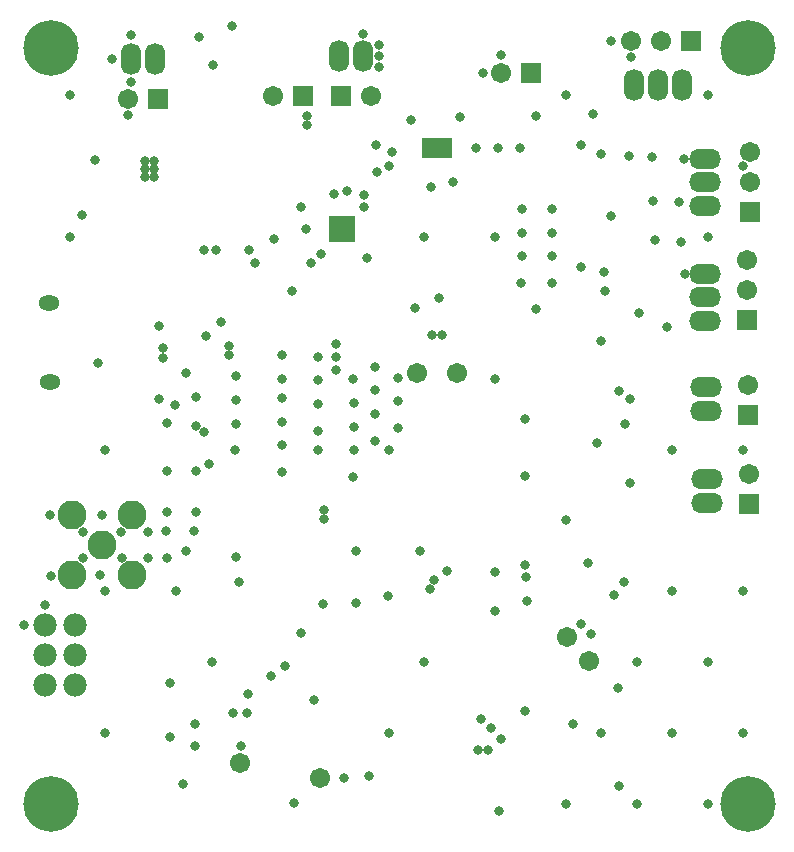
<source format=gbs>
G04*
G04 #@! TF.GenerationSoftware,Altium Limited,Altium Designer,18.1.9 (240)*
G04*
G04 Layer_Color=16711935*
%FSLAX44Y44*%
%MOMM*%
G71*
G01*
G75*
%ADD17C,1.7032*%
%ADD25R,2.6032X1.6932*%
%ADD29R,2.2532X2.2532*%
%ADD54C,4.7032*%
%ADD55C,1.9812*%
%ADD56O,1.7032X2.7032*%
%ADD57C,2.4652*%
%ADD58O,1.8032X1.3032*%
%ADD59O,2.7032X1.7032*%
%ADD60R,1.7032X1.7032*%
%ADD61R,1.7032X1.7032*%
%ADD62C,0.8132*%
%ADD63C,0.8032*%
D17*
X467000Y171000D02*
D03*
X486000Y151000D02*
D03*
X340000Y395000D02*
D03*
X374000D02*
D03*
X258000Y52000D02*
D03*
X190000Y64500D02*
D03*
X546400Y676000D02*
D03*
X521000D02*
D03*
X620000Y384400D02*
D03*
X301298Y629000D02*
D03*
X411000Y649000D02*
D03*
X218028Y629000D02*
D03*
X95000Y627000D02*
D03*
X621390Y309400D02*
D03*
X619000Y465500D02*
D03*
Y490900D02*
D03*
X621500Y556372D02*
D03*
Y581772D02*
D03*
D25*
X356568Y585545D02*
D03*
D29*
X276838Y516683D02*
D03*
D54*
X620000Y670000D02*
D03*
X30000D02*
D03*
X620000Y30000D02*
D03*
X29892Y30000D02*
D03*
D55*
X50400Y130546D02*
D03*
X25000D02*
D03*
X50400Y155946D02*
D03*
X25000D02*
D03*
X50400Y181346D02*
D03*
X25000D02*
D03*
D56*
X98000Y661000D02*
D03*
X118000D02*
D03*
X564001Y639000D02*
D03*
X544001D02*
D03*
X524001D02*
D03*
X274000Y663000D02*
D03*
X294000D02*
D03*
D57*
X47654Y274400D02*
D03*
Y223600D02*
D03*
X98454D02*
D03*
Y274400D02*
D03*
X73054Y249000D02*
D03*
D58*
X29250Y387250D02*
D03*
X28750Y453750D02*
D03*
D59*
X585000Y363000D02*
D03*
Y383000D02*
D03*
X585390Y285000D02*
D03*
Y305000D02*
D03*
X584000Y438872D02*
D03*
Y458872D02*
D03*
Y478872D02*
D03*
Y536372D02*
D03*
Y556372D02*
D03*
Y576372D02*
D03*
D60*
X571800Y676000D02*
D03*
X275898Y629000D02*
D03*
X436400Y649000D02*
D03*
X243428Y629000D02*
D03*
X120400Y627000D02*
D03*
D61*
X620000Y359000D02*
D03*
X621390Y284000D02*
D03*
X619000Y440100D02*
D03*
X621500Y530972D02*
D03*
D62*
X492000Y335773D02*
D03*
X515946Y352000D02*
D03*
X189002Y218000D02*
D03*
X183000Y689000D02*
D03*
X155000Y679420D02*
D03*
X427568Y585175D02*
D03*
X408568D02*
D03*
X389568D02*
D03*
X305791Y565454D02*
D03*
X305585Y587925D02*
D03*
X318568Y581642D02*
D03*
X528000Y446000D02*
D03*
X499000Y464683D02*
D03*
X174120Y438000D02*
D03*
X358402Y458683D02*
D03*
X338402Y449512D02*
D03*
X71500Y223600D02*
D03*
X73000Y274400D02*
D03*
X29250D02*
D03*
X29892Y223146D02*
D03*
X25000Y198336D02*
D03*
X7000Y181346D02*
D03*
X409697Y24000D02*
D03*
X235719Y31000D02*
D03*
X510780Y45000D02*
D03*
X567000Y479000D02*
D03*
X566000Y576372D02*
D03*
X504000Y676000D02*
D03*
X521000Y662000D02*
D03*
X411000Y664270D02*
D03*
X396000Y649000D02*
D03*
X307500Y672149D02*
D03*
Y654187D02*
D03*
X294406Y682000D02*
D03*
X307500Y663000D02*
D03*
X167374Y655520D02*
D03*
X98000Y681000D02*
D03*
X82000Y661000D02*
D03*
X98000Y641483D02*
D03*
X95000Y613315D02*
D03*
X67697Y575454D02*
D03*
X56000Y528338D02*
D03*
X411500Y85000D02*
D03*
X406000Y193708D02*
D03*
X405977Y226348D02*
D03*
X260000Y199270D02*
D03*
X216000Y138313D02*
D03*
X228500Y147000D02*
D03*
X510243Y128000D02*
D03*
X471750Y98000D02*
D03*
X539500Y540592D02*
D03*
X299500Y54000D02*
D03*
X191000Y79000D02*
D03*
X131000Y132000D02*
D03*
X130660Y87063D02*
D03*
X253000Y118000D02*
D03*
X196000Y107000D02*
D03*
X142000Y47000D02*
D03*
X430999Y355999D02*
D03*
X287992Y244138D02*
D03*
X400000Y76000D02*
D03*
X391900D02*
D03*
X287992Y199992D02*
D03*
X394000Y102000D02*
D03*
X361000Y427000D02*
D03*
X352900D02*
D03*
X552000Y434000D02*
D03*
X117256Y574624D02*
D03*
Y560433D02*
D03*
Y567529D02*
D03*
X110000D02*
D03*
Y560433D02*
D03*
Y574624D02*
D03*
X403000Y94000D02*
D03*
X125008Y415831D02*
D03*
Y407731D02*
D03*
X181000Y418100D02*
D03*
Y410000D02*
D03*
X489000Y614000D02*
D03*
X479000Y182763D02*
D03*
X520000Y372500D02*
D03*
X507000Y207000D02*
D03*
X515000Y218000D02*
D03*
X485000Y234000D02*
D03*
X495999Y421999D02*
D03*
X487000Y174000D02*
D03*
X520000Y302000D02*
D03*
X433000Y202000D02*
D03*
X315000Y206000D02*
D03*
X342440Y244138D02*
D03*
X365000Y227000D02*
D03*
X353999Y219999D02*
D03*
X351102Y211607D02*
D03*
X431000Y308000D02*
D03*
X504000Y528000D02*
D03*
X431000Y232000D02*
D03*
X432000Y222000D02*
D03*
X151662Y98000D02*
D03*
X151592Y79000D02*
D03*
X335000Y609092D02*
D03*
D63*
X636023Y679454D02*
D03*
X629454Y653977D02*
D03*
X603977Y660546D02*
D03*
X610546Y686023D02*
D03*
X639125Y670000D02*
D03*
X620000Y650875D02*
D03*
X600875Y670000D02*
D03*
X636023Y660000D02*
D03*
X610000Y653977D02*
D03*
X603977Y680000D02*
D03*
X630000Y686023D02*
D03*
X620000Y689125D02*
D03*
X46023Y679454D02*
D03*
X39454Y653977D02*
D03*
X13977Y660546D02*
D03*
X20546Y686023D02*
D03*
X49125Y670000D02*
D03*
X30000Y650875D02*
D03*
X10875Y670000D02*
D03*
X46023Y660000D02*
D03*
X20000Y653977D02*
D03*
X13977Y680000D02*
D03*
X40000Y686023D02*
D03*
X30000Y689125D02*
D03*
X636023Y39454D02*
D03*
X629454Y13977D02*
D03*
X603977Y20546D02*
D03*
X610546Y46023D02*
D03*
X639125Y30000D02*
D03*
X620000Y10875D02*
D03*
X600875Y30000D02*
D03*
X636023Y20000D02*
D03*
X610000Y13977D02*
D03*
X603977Y40000D02*
D03*
X630000Y46023D02*
D03*
X620000Y49125D02*
D03*
X29892Y49125D02*
D03*
X39892Y46023D02*
D03*
X13869Y40000D02*
D03*
X19892Y13977D02*
D03*
X45915Y20000D02*
D03*
X10767Y30000D02*
D03*
X29892Y10875D02*
D03*
X49017Y30000D02*
D03*
X20438Y46023D02*
D03*
X13869Y20546D02*
D03*
X39346Y13977D02*
D03*
X45915Y39454D02*
D03*
X363568Y585545D02*
D03*
X349568D02*
D03*
X282338Y522183D02*
D03*
Y511183D02*
D03*
X271338D02*
D03*
Y522183D02*
D03*
X496000Y580000D02*
D03*
X519714Y579000D02*
D03*
X539210Y578000D02*
D03*
X562200Y540000D02*
D03*
X563123Y506000D02*
D03*
X541390Y507116D02*
D03*
X498000Y480142D02*
D03*
X479000Y485000D02*
D03*
X454250Y533790D02*
D03*
Y513790D02*
D03*
Y493790D02*
D03*
X454000Y471000D02*
D03*
X428674Y533790D02*
D03*
Y513790D02*
D03*
Y493790D02*
D03*
X428424Y471000D02*
D03*
X226000Y410000D02*
D03*
X324250Y390994D02*
D03*
Y370994D02*
D03*
X324000Y348204D02*
D03*
X304250Y400124D02*
D03*
Y380124D02*
D03*
Y360124D02*
D03*
X304000Y337334D02*
D03*
X286250Y369547D02*
D03*
Y349547D02*
D03*
Y329547D02*
D03*
X286000Y306757D02*
D03*
X256461Y408790D02*
D03*
Y388790D02*
D03*
Y368790D02*
D03*
X256211Y346000D02*
D03*
X226034Y373770D02*
D03*
Y353770D02*
D03*
Y333770D02*
D03*
X225784Y310980D02*
D03*
X586000Y630000D02*
D03*
X616000Y570000D02*
D03*
X586000Y510000D02*
D03*
X616000Y330000D02*
D03*
Y210000D02*
D03*
X586000Y150000D02*
D03*
X616000Y90000D02*
D03*
X586000Y30000D02*
D03*
X556000Y330000D02*
D03*
Y210000D02*
D03*
X526000Y150000D02*
D03*
X556000Y90000D02*
D03*
X526000Y30000D02*
D03*
X466000Y630000D02*
D03*
Y270000D02*
D03*
X496000Y90000D02*
D03*
X466000Y30000D02*
D03*
X406000Y510000D02*
D03*
Y390000D02*
D03*
X346000Y510000D02*
D03*
Y150000D02*
D03*
X316000Y570000D02*
D03*
X286000Y390000D02*
D03*
X316000Y330000D02*
D03*
Y90000D02*
D03*
X226000Y390000D02*
D03*
X256000Y330000D02*
D03*
X166000Y150000D02*
D03*
X136000Y210000D02*
D03*
X46000Y630000D02*
D03*
Y510000D02*
D03*
X76000Y330000D02*
D03*
Y210000D02*
D03*
Y90000D02*
D03*
X46000Y30000D02*
D03*
X144290Y395000D02*
D03*
X161558Y426000D02*
D03*
X203067Y487683D02*
D03*
X198000Y499159D02*
D03*
X234000Y464683D02*
D03*
X258588Y495255D02*
D03*
X298000Y492000D02*
D03*
X295000Y545712D02*
D03*
X295088Y535324D02*
D03*
X479000Y587545D02*
D03*
X510869Y379609D02*
D03*
X196593Y123000D02*
D03*
X186991Y238989D02*
D03*
X159629Y499000D02*
D03*
X169827D02*
D03*
X269838Y546683D02*
D03*
X219000Y508183D02*
D03*
X159825Y345000D02*
D03*
X186302Y329240D02*
D03*
X278500Y52000D02*
D03*
X184000Y107000D02*
D03*
X242000Y175000D02*
D03*
X152862Y277000D02*
D03*
X441000Y449000D02*
D03*
X271399Y397000D02*
D03*
X271392Y408500D02*
D03*
X261392Y271000D02*
D03*
X247000Y605000D02*
D03*
Y612045D02*
D03*
X121500Y372500D02*
D03*
Y434500D02*
D03*
X69500Y403500D02*
D03*
X250000Y488000D02*
D03*
X431000Y109000D02*
D03*
X57324Y238000D02*
D03*
Y260000D02*
D03*
X89554D02*
D03*
X89892Y238000D02*
D03*
X112384D02*
D03*
Y260000D02*
D03*
X127776Y261116D02*
D03*
X128162Y238237D02*
D03*
X144000Y243922D02*
D03*
X151000Y261116D02*
D03*
X127892Y277000D02*
D03*
X441000Y612045D02*
D03*
X241838Y535683D02*
D03*
X245838Y516683D02*
D03*
X152862Y312030D02*
D03*
Y350020D02*
D03*
X280495Y549247D02*
D03*
X127892Y352500D02*
D03*
X135392Y367500D02*
D03*
X261392Y279000D02*
D03*
X271392Y419000D02*
D03*
X376568Y611546D02*
D03*
X370568Y556545D02*
D03*
X352068Y552046D02*
D03*
X163552Y317780D02*
D03*
X152892Y374480D02*
D03*
X186552Y352030D02*
D03*
Y372030D02*
D03*
Y392030D02*
D03*
X127892Y312030D02*
D03*
M02*

</source>
